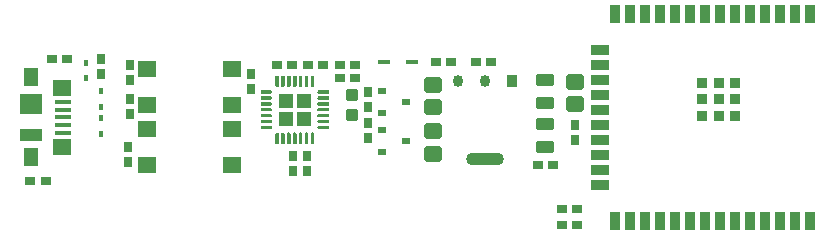
<source format=gtp>
G04*
G04 #@! TF.GenerationSoftware,Altium Limited,Altium Designer,23.1.1 (15)*
G04*
G04 Layer_Color=8421504*
%FSLAX44Y44*%
%MOMM*%
G71*
G04*
G04 #@! TF.SameCoordinates,EB36885D-2DDF-469F-ABB7-EBECF6A50CA0*
G04*
G04*
G04 #@! TF.FilePolarity,Positive*
G04*
G01*
G75*
%ADD15R,1.2000X1.2000*%
%ADD16R,0.4000X0.4800*%
%ADD17R,1.0400X0.4600*%
G04:AMPARAMS|DCode=18|XSize=1.01mm|YSize=1.47mm|CornerRadius=0.1263mm|HoleSize=0mm|Usage=FLASHONLY|Rotation=90.000|XOffset=0mm|YOffset=0mm|HoleType=Round|Shape=RoundedRectangle|*
%AMROUNDEDRECTD18*
21,1,1.0100,1.2175,0,0,90.0*
21,1,0.7575,1.4700,0,0,90.0*
1,1,0.2525,0.6088,0.3787*
1,1,0.2525,0.6088,-0.3787*
1,1,0.2525,-0.6088,-0.3787*
1,1,0.2525,-0.6088,0.3787*
%
%ADD18ROUNDEDRECTD18*%
%ADD19R,1.6000X1.4000*%
%ADD20R,0.8000X0.6000*%
%ADD21R,0.9000X1.5000*%
%ADD22R,1.5000X0.9000*%
%ADD23R,0.9000X0.9000*%
%ADD24C,0.2700*%
%ADD25R,0.8721X1.0043*%
G04:AMPARAMS|DCode=26|XSize=1.0043mm|YSize=0.8721mm|CornerRadius=0.4361mm|HoleSize=0mm|Usage=FLASHONLY|Rotation=270.000|XOffset=0mm|YOffset=0mm|HoleType=Round|Shape=RoundedRectangle|*
%AMROUNDEDRECTD26*
21,1,1.0043,0.0000,0,0,270.0*
21,1,0.1322,0.8721,0,0,270.0*
1,1,0.8721,0.0000,-0.0661*
1,1,0.8721,0.0000,0.0661*
1,1,0.8721,0.0000,0.0661*
1,1,0.8721,0.0000,-0.0661*
%
%ADD26ROUNDEDRECTD26*%
G04:AMPARAMS|DCode=27|XSize=1.0043mm|YSize=3.1821mm|CornerRadius=0.4369mm|HoleSize=0mm|Usage=FLASHONLY|Rotation=270.000|XOffset=0mm|YOffset=0mm|HoleType=Round|Shape=RoundedRectangle|*
%AMROUNDEDRECTD27*
21,1,1.0043,2.3084,0,0,270.0*
21,1,0.1306,3.1821,0,0,270.0*
1,1,0.8737,-1.1542,-0.0653*
1,1,0.8737,-1.1542,0.0653*
1,1,0.8737,1.1542,0.0653*
1,1,0.8737,1.1542,-0.0653*
%
%ADD27ROUNDEDRECTD27*%
%ADD28R,1.3000X1.6500*%
%ADD29R,1.9000X1.8000*%
%ADD30R,1.9000X1.0000*%
%ADD31R,1.5500X1.4250*%
%ADD32R,1.3800X0.4500*%
G04:AMPARAMS|DCode=33|XSize=1.5mm|YSize=1.3mm|CornerRadius=0.1625mm|HoleSize=0mm|Usage=FLASHONLY|Rotation=0.000|XOffset=0mm|YOffset=0mm|HoleType=Round|Shape=RoundedRectangle|*
%AMROUNDEDRECTD33*
21,1,1.5000,0.9750,0,0,0.0*
21,1,1.1750,1.3000,0,0,0.0*
1,1,0.3250,0.5875,-0.4875*
1,1,0.3250,-0.5875,-0.4875*
1,1,0.3250,-0.5875,0.4875*
1,1,0.3250,0.5875,0.4875*
%
%ADD33ROUNDEDRECTD33*%
G04:AMPARAMS|DCode=34|XSize=1mm|YSize=1.1mm|CornerRadius=0.125mm|HoleSize=0mm|Usage=FLASHONLY|Rotation=180.000|XOffset=0mm|YOffset=0mm|HoleType=Round|Shape=RoundedRectangle|*
%AMROUNDEDRECTD34*
21,1,1.0000,0.8500,0,0,180.0*
21,1,0.7500,1.1000,0,0,180.0*
1,1,0.2500,-0.3750,0.4250*
1,1,0.2500,0.3750,0.4250*
1,1,0.2500,0.3750,-0.4250*
1,1,0.2500,-0.3750,-0.4250*
%
%ADD34ROUNDEDRECTD34*%
G04:AMPARAMS|DCode=35|XSize=0.7mm|YSize=0.9mm|CornerRadius=0.0875mm|HoleSize=0mm|Usage=FLASHONLY|Rotation=90.000|XOffset=0mm|YOffset=0mm|HoleType=Round|Shape=RoundedRectangle|*
%AMROUNDEDRECTD35*
21,1,0.7000,0.7250,0,0,90.0*
21,1,0.5250,0.9000,0,0,90.0*
1,1,0.1750,0.3625,0.2625*
1,1,0.1750,0.3625,-0.2625*
1,1,0.1750,-0.3625,-0.2625*
1,1,0.1750,-0.3625,0.2625*
%
%ADD35ROUNDEDRECTD35*%
%ADD36R,0.9000X0.7000*%
G04:AMPARAMS|DCode=37|XSize=0.7mm|YSize=0.9mm|CornerRadius=0.0875mm|HoleSize=0mm|Usage=FLASHONLY|Rotation=180.000|XOffset=0mm|YOffset=0mm|HoleType=Round|Shape=RoundedRectangle|*
%AMROUNDEDRECTD37*
21,1,0.7000,0.7250,0,0,180.0*
21,1,0.5250,0.9000,0,0,180.0*
1,1,0.1750,-0.2625,0.3625*
1,1,0.1750,0.2625,0.3625*
1,1,0.1750,0.2625,-0.3625*
1,1,0.1750,-0.2625,-0.3625*
%
%ADD37ROUNDEDRECTD37*%
%ADD38R,0.7000X0.9000*%
G36*
X253990Y128700D02*
Y128402D01*
X253762Y127850D01*
X253340Y127428D01*
X252788Y127200D01*
X252192D01*
X251640Y127428D01*
X251218Y127850D01*
X250990Y128402D01*
Y128700D01*
Y136700D01*
X253990D01*
Y128700D01*
D02*
G37*
G36*
X248990D02*
Y128402D01*
X248762Y127850D01*
X248340Y127428D01*
X247788Y127200D01*
X247192D01*
X246640Y127428D01*
X246218Y127850D01*
X245990Y128402D01*
Y128700D01*
Y136700D01*
X248990D01*
Y128700D01*
D02*
G37*
G36*
X243990D02*
Y128402D01*
X243762Y127850D01*
X243340Y127428D01*
X242788Y127200D01*
X242192D01*
X241640Y127428D01*
X241218Y127850D01*
X240990Y128402D01*
Y128700D01*
Y136700D01*
X243990D01*
X243990Y128700D01*
D02*
G37*
G36*
X238990D02*
Y128402D01*
X238762Y127850D01*
X238340Y127428D01*
X237788Y127200D01*
X237192D01*
X236640Y127428D01*
X236218Y127850D01*
X235990Y128402D01*
Y128700D01*
Y136700D01*
X238990D01*
Y128700D01*
D02*
G37*
G36*
X233990D02*
Y128402D01*
X233762Y127850D01*
X233340Y127428D01*
X232788Y127200D01*
X232192D01*
X231640Y127428D01*
X231218Y127850D01*
X230990Y128402D01*
Y128700D01*
X230990D01*
Y136700D01*
X233990D01*
Y128700D01*
D02*
G37*
G36*
X228990D02*
Y128402D01*
X228762Y127850D01*
X228340Y127428D01*
X227788Y127200D01*
X227192D01*
X226640Y127428D01*
X226218Y127850D01*
X225990Y128402D01*
Y128700D01*
Y136700D01*
X228990D01*
Y128700D01*
D02*
G37*
G36*
X223990D02*
Y128402D01*
X223762Y127850D01*
X223340Y127428D01*
X222788Y127200D01*
X222192D01*
X221640Y127428D01*
X221218Y127850D01*
X220990Y128402D01*
Y128700D01*
Y136700D01*
X223990D01*
Y128700D01*
D02*
G37*
G36*
X266240Y121450D02*
X257942D01*
X257390Y121678D01*
X256968Y122100D01*
X256740Y122652D01*
Y122950D01*
Y123248D01*
X256968Y123800D01*
X257390Y124222D01*
X257942Y124450D01*
X266240D01*
Y121450D01*
D02*
G37*
G36*
X217590Y124222D02*
X218012Y123800D01*
X218240Y123248D01*
Y122950D01*
Y122652D01*
X218012Y122100D01*
X217590Y121678D01*
X217038Y121450D01*
X208740D01*
Y124450D01*
X217038D01*
X217590Y124222D01*
D02*
G37*
G36*
X266240Y116450D02*
X257942D01*
X257390Y116678D01*
X256968Y117100D01*
X256740Y117652D01*
Y117950D01*
Y118248D01*
X256968Y118800D01*
X257390Y119222D01*
X257942Y119450D01*
X266240D01*
Y116450D01*
D02*
G37*
G36*
X217590Y119222D02*
X218012Y118800D01*
X218240Y118248D01*
Y117950D01*
Y117652D01*
X218012Y117100D01*
X217590Y116678D01*
X217038Y116450D01*
X208740D01*
Y119450D01*
X217038D01*
X217590Y119222D01*
D02*
G37*
G36*
X266240Y111450D02*
X257942D01*
X257390Y111678D01*
X256968Y112100D01*
X256740Y112652D01*
Y112950D01*
Y113248D01*
X256968Y113800D01*
X257390Y114222D01*
X257942Y114450D01*
X258240D01*
Y114450D01*
X266240D01*
Y111450D01*
D02*
G37*
G36*
X216740Y114450D02*
X217038D01*
X217590Y114222D01*
X218012Y113800D01*
X218240Y113248D01*
Y112950D01*
Y112652D01*
X218012Y112100D01*
X217590Y111678D01*
X217038Y111450D01*
X208740D01*
Y114450D01*
X216740Y114450D01*
D02*
G37*
G36*
X266240Y106450D02*
X257942D01*
X257390Y106678D01*
X256968Y107100D01*
X256740Y107652D01*
Y107950D01*
Y108248D01*
X256968Y108800D01*
X257390Y109222D01*
X257942Y109450D01*
X266240D01*
Y106450D01*
D02*
G37*
G36*
X217590Y109222D02*
X218012Y108800D01*
X218240Y108248D01*
Y107950D01*
Y107652D01*
X218012Y107100D01*
X217590Y106678D01*
X217038Y106450D01*
X208740D01*
Y109450D01*
X217038D01*
X217590Y109222D01*
D02*
G37*
G36*
X266240Y101450D02*
X258240Y101450D01*
X257942D01*
X257390Y101678D01*
X256968Y102100D01*
X256740Y102652D01*
Y102950D01*
Y103248D01*
X256968Y103800D01*
X257390Y104222D01*
X257942Y104450D01*
X266240D01*
Y101450D01*
D02*
G37*
G36*
X217590Y104222D02*
X218012Y103800D01*
X218240Y103248D01*
Y102950D01*
Y102652D01*
X218012Y102100D01*
X217590Y101678D01*
X217038Y101450D01*
X216740D01*
Y101450D01*
X208740D01*
Y104450D01*
X217038D01*
X217590Y104222D01*
D02*
G37*
G36*
X266240Y96450D02*
X257942D01*
X257390Y96678D01*
X256968Y97100D01*
X256740Y97652D01*
Y97950D01*
Y98248D01*
X256968Y98800D01*
X257390Y99222D01*
X257942Y99450D01*
X266240D01*
Y96450D01*
D02*
G37*
G36*
X217590Y99222D02*
X218012Y98800D01*
X218240Y98248D01*
Y97950D01*
Y97652D01*
X218012Y97100D01*
X217590Y96678D01*
X217038Y96450D01*
X208740D01*
Y99450D01*
X217038D01*
X217590Y99222D01*
D02*
G37*
G36*
X266240Y91450D02*
X257942D01*
X257390Y91678D01*
X256968Y92100D01*
X256740Y92652D01*
Y92950D01*
Y93248D01*
X256968Y93800D01*
X257390Y94222D01*
X257942Y94450D01*
X266240D01*
Y91450D01*
D02*
G37*
G36*
X217590Y94222D02*
X218012Y93800D01*
X218240Y93248D01*
Y92950D01*
Y92652D01*
X218012Y92100D01*
X217590Y91678D01*
X217038Y91450D01*
X208740D01*
Y94450D01*
X217038D01*
X217590Y94222D01*
D02*
G37*
G36*
X253340Y88472D02*
X253762Y88050D01*
X253990Y87498D01*
Y87200D01*
Y79200D01*
X250990D01*
Y87200D01*
Y87498D01*
X251218Y88050D01*
X251640Y88472D01*
X252192Y88700D01*
X252788D01*
X253340Y88472D01*
D02*
G37*
G36*
X248340D02*
X248762Y88050D01*
X248990Y87498D01*
Y87200D01*
Y79200D01*
X245990D01*
Y87200D01*
Y87498D01*
X246218Y88050D01*
X246640Y88472D01*
X247192Y88700D01*
X247788D01*
X248340Y88472D01*
D02*
G37*
G36*
X243340D02*
X243762Y88050D01*
X243990Y87498D01*
Y87200D01*
X243990D01*
Y79200D01*
X240990D01*
Y87200D01*
Y87498D01*
X241218Y88050D01*
X241640Y88472D01*
X242192Y88700D01*
X242788D01*
X243340Y88472D01*
D02*
G37*
G36*
X238340D02*
X238762Y88050D01*
X238990Y87498D01*
Y87200D01*
Y79200D01*
X235990D01*
Y87200D01*
Y87498D01*
X236218Y88050D01*
X236640Y88472D01*
X237192Y88700D01*
X237788D01*
X238340Y88472D01*
D02*
G37*
G36*
X233340D02*
X233762Y88050D01*
X233990Y87498D01*
Y87200D01*
Y79200D01*
X230990D01*
X230990Y87200D01*
Y87498D01*
X231218Y88050D01*
X231640Y88472D01*
X232192Y88700D01*
X232788D01*
X233340Y88472D01*
D02*
G37*
G36*
X228340D02*
X228762Y88050D01*
X228990Y87498D01*
Y87200D01*
Y79200D01*
X225990D01*
Y87200D01*
Y87498D01*
X226218Y88050D01*
X226640Y88472D01*
X227192Y88700D01*
X227788D01*
X228340Y88472D01*
D02*
G37*
G36*
X223340D02*
X223762Y88050D01*
X223990Y87498D01*
Y87200D01*
Y79200D01*
X220990D01*
Y87200D01*
Y87498D01*
X221218Y88050D01*
X221640Y88472D01*
X222192Y88700D01*
X222788D01*
X223340Y88472D01*
D02*
G37*
D15*
X244990Y100450D02*
D03*
X229990D02*
D03*
X244990Y115450D02*
D03*
X229990D02*
D03*
D16*
X73660Y87380D02*
D03*
Y100580D02*
D03*
X60960Y147570D02*
D03*
Y134370D02*
D03*
X73660Y123440D02*
D03*
Y110240D02*
D03*
D17*
X313220Y148590D02*
D03*
X337020D02*
D03*
D18*
X449580Y132989D02*
D03*
Y113389D02*
D03*
Y96159D02*
D03*
Y76559D02*
D03*
D19*
X112590Y112000D02*
D03*
X184590D02*
D03*
X112590Y142000D02*
D03*
X184590D02*
D03*
X112590Y61200D02*
D03*
X184590D02*
D03*
X112590Y91200D02*
D03*
X184590D02*
D03*
D20*
X311270Y90780D02*
D03*
Y71780D02*
D03*
X331470Y81280D02*
D03*
X311210Y123800D02*
D03*
Y104800D02*
D03*
X331410Y114300D02*
D03*
D21*
X673630Y189100D02*
D03*
X660930D02*
D03*
X648230D02*
D03*
X635530D02*
D03*
X622830D02*
D03*
X610130D02*
D03*
X597430D02*
D03*
X584730D02*
D03*
X572030D02*
D03*
X559330D02*
D03*
X546630D02*
D03*
X533930D02*
D03*
X521230D02*
D03*
X508530D02*
D03*
Y14100D02*
D03*
X521230D02*
D03*
X533930D02*
D03*
X546630D02*
D03*
X559330D02*
D03*
X572030D02*
D03*
X584730D02*
D03*
X597430D02*
D03*
X610130D02*
D03*
X622830D02*
D03*
X635530D02*
D03*
X648230D02*
D03*
X660930D02*
D03*
X673630D02*
D03*
D22*
X496030Y158750D02*
D03*
Y146050D02*
D03*
Y133350D02*
D03*
Y120650D02*
D03*
Y107950D02*
D03*
Y95250D02*
D03*
Y82550D02*
D03*
Y69850D02*
D03*
Y57150D02*
D03*
Y44450D02*
D03*
D23*
X610430Y130600D02*
D03*
Y116600D02*
D03*
Y102600D02*
D03*
X596430Y130600D02*
D03*
Y116600D02*
D03*
Y102600D02*
D03*
X582430Y130600D02*
D03*
Y116600D02*
D03*
Y102600D02*
D03*
D24*
X261490Y92950D02*
D03*
Y97950D02*
D03*
Y102950D02*
D03*
X264740Y107950D02*
D03*
X261490Y112950D02*
D03*
Y117950D02*
D03*
Y122950D02*
D03*
X252490Y131950D02*
D03*
X247490D02*
D03*
X242490D02*
D03*
X237490Y135200D02*
D03*
X232490Y131950D02*
D03*
X227490D02*
D03*
X222490D02*
D03*
X213490Y122950D02*
D03*
Y117950D02*
D03*
Y112950D02*
D03*
X210740Y107950D02*
D03*
X213490Y102950D02*
D03*
Y97950D02*
D03*
Y92950D02*
D03*
X222490Y83950D02*
D03*
X227490D02*
D03*
X232490D02*
D03*
X237490Y81200D02*
D03*
X242490Y83950D02*
D03*
X247490D02*
D03*
X252490D02*
D03*
D25*
X421680Y132010D02*
D03*
D26*
X398780D02*
D03*
X375880D02*
D03*
D27*
X398780Y66110D02*
D03*
D28*
X14280Y135350D02*
D03*
Y67850D02*
D03*
D29*
Y113100D02*
D03*
D30*
Y86100D02*
D03*
D31*
X40030Y126475D02*
D03*
Y76725D02*
D03*
D32*
X40880Y114600D02*
D03*
Y108100D02*
D03*
Y101600D02*
D03*
Y95100D02*
D03*
Y88600D02*
D03*
D33*
X474980Y131420D02*
D03*
Y112420D02*
D03*
X354330Y109880D02*
D03*
Y128880D02*
D03*
Y70510D02*
D03*
Y89510D02*
D03*
D34*
X285750Y120260D02*
D03*
Y103260D02*
D03*
D35*
X476400Y10160D02*
D03*
X463400D02*
D03*
X275440Y134620D02*
D03*
X288440D02*
D03*
X26667Y47372D02*
D03*
X13667D02*
D03*
X44600Y151130D02*
D03*
X31600D02*
D03*
X356720Y148590D02*
D03*
X369720D02*
D03*
X476400Y24130D02*
D03*
X463400D02*
D03*
D36*
X261770Y146050D02*
D03*
X248770D02*
D03*
X443080Y60960D02*
D03*
X456080D02*
D03*
X288440Y146050D02*
D03*
X275440D02*
D03*
X222100D02*
D03*
X235100D02*
D03*
X391010Y148590D02*
D03*
X404010D02*
D03*
D37*
X97790Y117244D02*
D03*
Y104244D02*
D03*
X73660Y138280D02*
D03*
Y151280D02*
D03*
X474980Y95400D02*
D03*
Y82400D02*
D03*
X96520Y63350D02*
D03*
Y76350D02*
D03*
X236220Y55730D02*
D03*
Y68730D02*
D03*
X247650Y55730D02*
D03*
Y68730D02*
D03*
D38*
X299720Y123340D02*
D03*
Y110340D02*
D03*
X200660Y138580D02*
D03*
Y125580D02*
D03*
X299720Y83670D02*
D03*
Y96670D02*
D03*
X97790Y146200D02*
D03*
Y133200D02*
D03*
M02*

</source>
